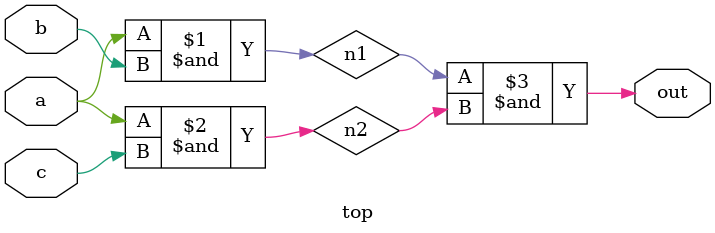
<source format=v>
module top (
    a , b , c , out );
    input a , b , c;
    output out;
    wire n1 , n2;
    assign n1 = a & b;
    assign n2 = a & c;
    assign out = n1 & n2;
endmodule
</source>
